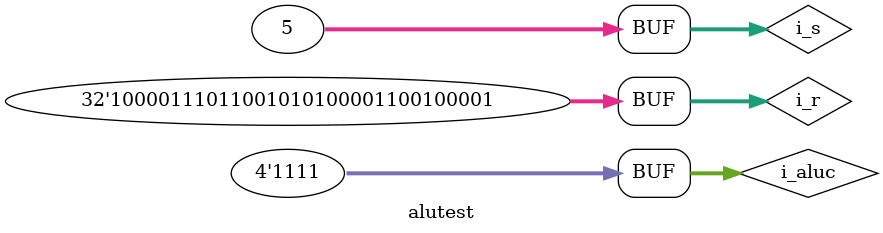
<source format=v>
`timescale 1ns / 1ps


module alutest;

	// Inputs
	reg [31:0] i_r;
	reg [31:0] i_s;
	reg [3:0] i_aluc;

	// Outputs
	wire [31:0] o_alu;

	// Instantiate the Unit Under Test (UUT)
	Alu uut (
		.i_r(i_r), 
		.i_s(i_s), 
		.i_aluc(i_aluc), 
		.o_alu(o_alu)
	);

	initial begin
		// Initialize Inputs
		i_r = 32'h87654321;
		i_s = 32'd5;
		i_aluc = 0;

		// Wait 100 ns for global reset to finish
		#100;
		
		// Add stimulus here
		i_aluc = 4'b1000;
		#100;
		i_aluc = 4'b1100;
		#100;
		i_aluc = 4'b1101;
		#100;
		i_aluc = 4'b1111;
	end
      
endmodule


</source>
